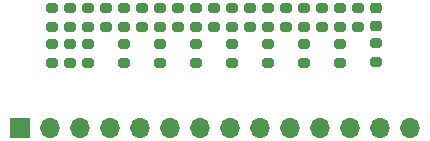
<source format=gbr>
%TF.GenerationSoftware,KiCad,Pcbnew,8.0.8-8.0.8-0~ubuntu24.04.1*%
%TF.CreationDate,2025-02-12T12:18:38-05:00*%
%TF.ProjectId,r2rdac,72327264-6163-42e6-9b69-6361645f7063,rev?*%
%TF.SameCoordinates,Original*%
%TF.FileFunction,Soldermask,Top*%
%TF.FilePolarity,Negative*%
%FSLAX46Y46*%
G04 Gerber Fmt 4.6, Leading zero omitted, Abs format (unit mm)*
G04 Created by KiCad (PCBNEW 8.0.8-8.0.8-0~ubuntu24.04.1) date 2025-02-12 12:18:38*
%MOMM*%
%LPD*%
G01*
G04 APERTURE LIST*
G04 Aperture macros list*
%AMRoundRect*
0 Rectangle with rounded corners*
0 $1 Rounding radius*
0 $2 $3 $4 $5 $6 $7 $8 $9 X,Y pos of 4 corners*
0 Add a 4 corners polygon primitive as box body*
4,1,4,$2,$3,$4,$5,$6,$7,$8,$9,$2,$3,0*
0 Add four circle primitives for the rounded corners*
1,1,$1+$1,$2,$3*
1,1,$1+$1,$4,$5*
1,1,$1+$1,$6,$7*
1,1,$1+$1,$8,$9*
0 Add four rect primitives between the rounded corners*
20,1,$1+$1,$2,$3,$4,$5,0*
20,1,$1+$1,$4,$5,$6,$7,0*
20,1,$1+$1,$6,$7,$8,$9,0*
20,1,$1+$1,$8,$9,$2,$3,0*%
G04 Aperture macros list end*
%ADD10RoundRect,0.200000X0.275000X-0.200000X0.275000X0.200000X-0.275000X0.200000X-0.275000X-0.200000X0*%
%ADD11RoundRect,0.200000X-0.275000X0.200000X-0.275000X-0.200000X0.275000X-0.200000X0.275000X0.200000X0*%
%ADD12RoundRect,0.225000X0.250000X-0.225000X0.250000X0.225000X-0.250000X0.225000X-0.250000X-0.225000X0*%
%ADD13R,1.700000X1.700000*%
%ADD14O,1.700000X1.700000*%
G04 APERTURE END LIST*
D10*
%TO.C,R12*%
X115951000Y-88010000D03*
X115951000Y-86360000D03*
%TD*%
D11*
%TO.C,R1*%
X106807000Y-89408000D03*
X106807000Y-91058000D03*
%TD*%
D10*
%TO.C,R19*%
X123571000Y-88010000D03*
X123571000Y-86360000D03*
%TD*%
%TO.C,R9*%
X112903000Y-88010000D03*
X112903000Y-86360000D03*
%TD*%
%TO.C,R7*%
X111379000Y-88010000D03*
X111379000Y-86360000D03*
%TD*%
%TO.C,R21*%
X125095000Y-88010000D03*
X125095000Y-86360000D03*
%TD*%
%TO.C,R27*%
X131191000Y-88010000D03*
X131191000Y-86360000D03*
%TD*%
%TO.C,R13*%
X117475000Y-88010000D03*
X117475000Y-86360000D03*
%TD*%
%TO.C,R28*%
X132715000Y-88010000D03*
X132715000Y-86360000D03*
%TD*%
D11*
%TO.C,R2*%
X108331000Y-89408000D03*
X108331000Y-91058000D03*
%TD*%
D10*
%TO.C,R22*%
X126619000Y-88010000D03*
X126619000Y-86360000D03*
%TD*%
D12*
%TO.C,C1*%
X134239000Y-87960000D03*
X134239000Y-86410000D03*
%TD*%
D10*
%TO.C,R10*%
X114427000Y-88010000D03*
X114427000Y-86360000D03*
%TD*%
D11*
%TO.C,R17*%
X122047000Y-89408000D03*
X122047000Y-91058000D03*
%TD*%
%TO.C,R8*%
X112903000Y-89408000D03*
X112903000Y-91058000D03*
%TD*%
D10*
%TO.C,R16*%
X120523000Y-88010000D03*
X120523000Y-86360000D03*
%TD*%
%TO.C,R4*%
X108331000Y-88010000D03*
X108331000Y-86360000D03*
%TD*%
%TO.C,R24*%
X128143000Y-88010000D03*
X128143000Y-86360000D03*
%TD*%
D11*
%TO.C,R29*%
X134239000Y-89345000D03*
X134239000Y-90995000D03*
%TD*%
D10*
%TO.C,R18*%
X122047000Y-88010000D03*
X122047000Y-86360000D03*
%TD*%
%TO.C,R3*%
X106807000Y-88010000D03*
X106807000Y-86360000D03*
%TD*%
D11*
%TO.C,R11*%
X115951000Y-89408000D03*
X115951000Y-91058000D03*
%TD*%
%TO.C,R20*%
X125095000Y-89408000D03*
X125095000Y-91058000D03*
%TD*%
D10*
%TO.C,R6*%
X109855000Y-88010000D03*
X109855000Y-86360000D03*
%TD*%
D11*
%TO.C,R5*%
X109855000Y-89408000D03*
X109855000Y-91058000D03*
%TD*%
%TO.C,R26*%
X131191000Y-89408000D03*
X131191000Y-91058000D03*
%TD*%
%TO.C,R14*%
X118999000Y-89408000D03*
X118999000Y-91058000D03*
%TD*%
D10*
%TO.C,R25*%
X129667000Y-88010000D03*
X129667000Y-86360000D03*
%TD*%
D11*
%TO.C,R23*%
X128143000Y-89408000D03*
X128143000Y-91058000D03*
%TD*%
D10*
%TO.C,R15*%
X118999000Y-88010000D03*
X118999000Y-86360000D03*
%TD*%
D13*
%TO.C,J1*%
X104140000Y-96520000D03*
D14*
X106680000Y-96520000D03*
X109220000Y-96520000D03*
X111760000Y-96520000D03*
X114300000Y-96520000D03*
X116840000Y-96520000D03*
X119380000Y-96520000D03*
X121920000Y-96520000D03*
X124460000Y-96520000D03*
X127000000Y-96520000D03*
X129540000Y-96520000D03*
X132080000Y-96520000D03*
X134620000Y-96520000D03*
X137160000Y-96520000D03*
%TD*%
M02*

</source>
